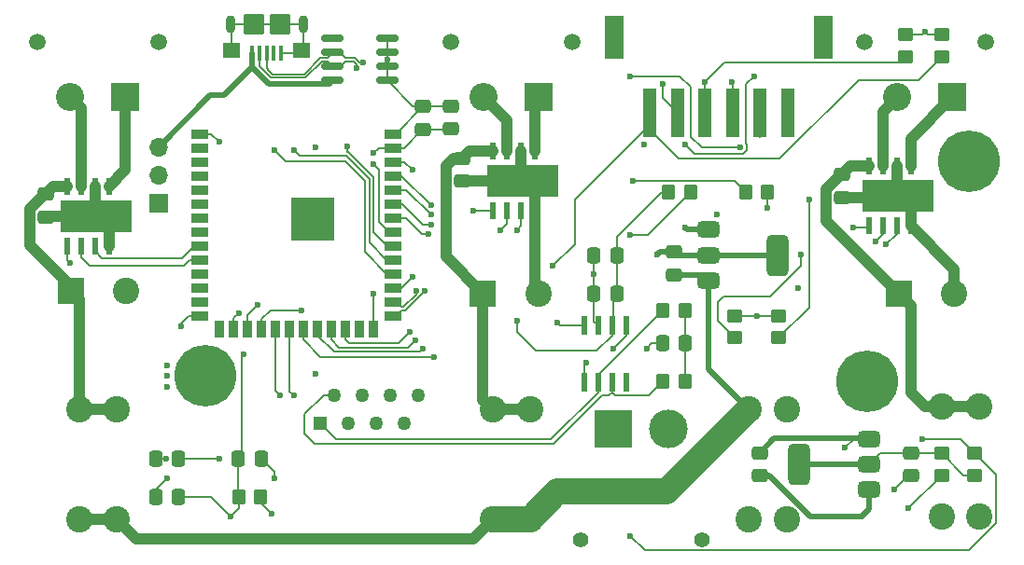
<source format=gbl>
%TF.GenerationSoftware,KiCad,Pcbnew,8.0.3-8.0.3-0~ubuntu22.04.1*%
%TF.CreationDate,2024-07-03T00:47:08-04:00*%
%TF.ProjectId,arm_drive_j3_4_5,61726d5f-6472-4697-9665-5f6a335f345f,rev?*%
%TF.SameCoordinates,Original*%
%TF.FileFunction,Copper,L4,Bot*%
%TF.FilePolarity,Positive*%
%FSLAX46Y46*%
G04 Gerber Fmt 4.6, Leading zero omitted, Abs format (unit mm)*
G04 Created by KiCad (PCBNEW 8.0.3-8.0.3-0~ubuntu22.04.1) date 2024-07-03 00:47:08*
%MOMM*%
%LPD*%
G01*
G04 APERTURE LIST*
G04 Aperture macros list*
%AMRoundRect*
0 Rectangle with rounded corners*
0 $1 Rounding radius*
0 $2 $3 $4 $5 $6 $7 $8 $9 X,Y pos of 4 corners*
0 Add a 4 corners polygon primitive as box body*
4,1,4,$2,$3,$4,$5,$6,$7,$8,$9,$2,$3,0*
0 Add four circle primitives for the rounded corners*
1,1,$1+$1,$2,$3*
1,1,$1+$1,$4,$5*
1,1,$1+$1,$6,$7*
1,1,$1+$1,$8,$9*
0 Add four rect primitives between the rounded corners*
20,1,$1+$1,$2,$3,$4,$5,0*
20,1,$1+$1,$4,$5,$6,$7,0*
20,1,$1+$1,$6,$7,$8,$9,0*
20,1,$1+$1,$8,$9,$2,$3,0*%
G04 Aperture macros list end*
%TA.AperFunction,ComponentPad*%
%ADD10C,1.508000*%
%TD*%
%TA.AperFunction,ComponentPad*%
%ADD11R,2.550000X2.550000*%
%TD*%
%TA.AperFunction,ComponentPad*%
%ADD12C,2.550000*%
%TD*%
%TA.AperFunction,ComponentPad*%
%ADD13C,2.400000*%
%TD*%
%TA.AperFunction,ComponentPad*%
%ADD14R,2.400000X2.400000*%
%TD*%
%TA.AperFunction,ComponentPad*%
%ADD15R,1.700000X1.700000*%
%TD*%
%TA.AperFunction,ComponentPad*%
%ADD16O,1.700000X1.700000*%
%TD*%
%TA.AperFunction,ComponentPad*%
%ADD17C,3.600000*%
%TD*%
%TA.AperFunction,ConnectorPad*%
%ADD18C,5.600000*%
%TD*%
%TA.AperFunction,ComponentPad*%
%ADD19C,1.400000*%
%TD*%
%TA.AperFunction,ComponentPad*%
%ADD20R,3.500000X3.500000*%
%TD*%
%TA.AperFunction,ComponentPad*%
%ADD21C,3.500000*%
%TD*%
%TA.AperFunction,ComponentPad*%
%ADD22R,1.268000X1.268000*%
%TD*%
%TA.AperFunction,ComponentPad*%
%ADD23C,1.268000*%
%TD*%
%TA.AperFunction,SMDPad,CuDef*%
%ADD24RoundRect,0.250000X-0.450000X0.350000X-0.450000X-0.350000X0.450000X-0.350000X0.450000X0.350000X0*%
%TD*%
%TA.AperFunction,SMDPad,CuDef*%
%ADD25RoundRect,0.375000X0.625000X0.375000X-0.625000X0.375000X-0.625000X-0.375000X0.625000X-0.375000X0*%
%TD*%
%TA.AperFunction,SMDPad,CuDef*%
%ADD26RoundRect,0.500000X0.500000X1.400000X-0.500000X1.400000X-0.500000X-1.400000X0.500000X-1.400000X0*%
%TD*%
%TA.AperFunction,SMDPad,CuDef*%
%ADD27RoundRect,0.250000X-0.475000X0.337500X-0.475000X-0.337500X0.475000X-0.337500X0.475000X0.337500X0*%
%TD*%
%TA.AperFunction,SMDPad,CuDef*%
%ADD28RoundRect,0.250000X0.337500X0.475000X-0.337500X0.475000X-0.337500X-0.475000X0.337500X-0.475000X0*%
%TD*%
%TA.AperFunction,SMDPad,CuDef*%
%ADD29RoundRect,0.250000X0.350000X0.450000X-0.350000X0.450000X-0.350000X-0.450000X0.350000X-0.450000X0*%
%TD*%
%TA.AperFunction,SMDPad,CuDef*%
%ADD30RoundRect,0.250000X0.475000X-0.337500X0.475000X0.337500X-0.475000X0.337500X-0.475000X-0.337500X0*%
%TD*%
%TA.AperFunction,SMDPad,CuDef*%
%ADD31R,0.600000X1.550000*%
%TD*%
%TA.AperFunction,ComponentPad*%
%ADD32C,0.600000*%
%TD*%
%TA.AperFunction,SMDPad,CuDef*%
%ADD33R,6.450000X2.950000*%
%TD*%
%TA.AperFunction,SMDPad,CuDef*%
%ADD34RoundRect,0.250000X-0.350000X-0.450000X0.350000X-0.450000X0.350000X0.450000X-0.350000X0.450000X0*%
%TD*%
%TA.AperFunction,SMDPad,CuDef*%
%ADD35R,1.295400X4.495800*%
%TD*%
%TA.AperFunction,SMDPad,CuDef*%
%ADD36R,1.803400X3.911600*%
%TD*%
%TA.AperFunction,SMDPad,CuDef*%
%ADD37RoundRect,0.250000X0.450000X-0.350000X0.450000X0.350000X-0.450000X0.350000X-0.450000X-0.350000X0*%
%TD*%
%TA.AperFunction,SMDPad,CuDef*%
%ADD38RoundRect,0.250000X-0.337500X-0.475000X0.337500X-0.475000X0.337500X0.475000X-0.337500X0.475000X0*%
%TD*%
%TA.AperFunction,SMDPad,CuDef*%
%ADD39RoundRect,0.041300X-0.253700X0.833700X-0.253700X-0.833700X0.253700X-0.833700X0.253700X0.833700X0*%
%TD*%
%TA.AperFunction,SMDPad,CuDef*%
%ADD40RoundRect,0.375000X-0.625000X-0.375000X0.625000X-0.375000X0.625000X0.375000X-0.625000X0.375000X0*%
%TD*%
%TA.AperFunction,SMDPad,CuDef*%
%ADD41RoundRect,0.500000X-0.500000X-1.400000X0.500000X-1.400000X0.500000X1.400000X-0.500000X1.400000X0*%
%TD*%
%TA.AperFunction,SMDPad,CuDef*%
%ADD42R,1.500000X0.900000*%
%TD*%
%TA.AperFunction,SMDPad,CuDef*%
%ADD43R,0.900000X1.500000*%
%TD*%
%TA.AperFunction,SMDPad,CuDef*%
%ADD44R,3.900000X3.900000*%
%TD*%
%TA.AperFunction,SMDPad,CuDef*%
%ADD45RoundRect,0.100000X-0.100000X-0.575000X0.100000X-0.575000X0.100000X0.575000X-0.100000X0.575000X0*%
%TD*%
%TA.AperFunction,ComponentPad*%
%ADD46O,0.900000X1.600000*%
%TD*%
%TA.AperFunction,SMDPad,CuDef*%
%ADD47RoundRect,0.250000X-0.550000X-0.450000X0.550000X-0.450000X0.550000X0.450000X-0.550000X0.450000X0*%
%TD*%
%TA.AperFunction,SMDPad,CuDef*%
%ADD48RoundRect,0.250000X-0.700000X-0.700000X0.700000X-0.700000X0.700000X0.700000X-0.700000X0.700000X0*%
%TD*%
%TA.AperFunction,SMDPad,CuDef*%
%ADD49RoundRect,0.150000X-0.825000X-0.150000X0.825000X-0.150000X0.825000X0.150000X-0.825000X0.150000X0*%
%TD*%
%TA.AperFunction,ViaPad*%
%ADD50C,0.600000*%
%TD*%
%TA.AperFunction,Conductor*%
%ADD51C,0.200000*%
%TD*%
%TA.AperFunction,Conductor*%
%ADD52C,1.000000*%
%TD*%
%TA.AperFunction,Conductor*%
%ADD53C,0.500000*%
%TD*%
%TA.AperFunction,Conductor*%
%ADD54C,2.400000*%
%TD*%
%TA.AperFunction,Conductor*%
%ADD55C,0.155814*%
%TD*%
G04 APERTURE END LIST*
D10*
%TO.P,J7,*%
%TO.N,*%
X40660000Y-41700750D03*
X51660000Y-41700750D03*
D11*
%TO.P,J7,1,+*%
%TO.N,Diff_A-*%
X48660000Y-46700750D03*
D12*
%TO.P,J7,2,-*%
%TO.N,Diff_A+*%
X43660000Y-46700750D03*
%TD*%
D13*
%TO.P,F4,1*%
%TO.N,+24V*%
X108610000Y-75060000D03*
X105210000Y-75060000D03*
%TO.P,F4,2*%
%TO.N,Net-(J6-+)*%
X108610000Y-84980000D03*
X105210000Y-84980000D03*
%TD*%
D10*
%TO.P,J3,*%
%TO.N,*%
X115660000Y-41700750D03*
X126660000Y-41700750D03*
D11*
%TO.P,J3,1,+*%
%TO.N,Diff_B-*%
X123660000Y-46700750D03*
D12*
%TO.P,J3,2,-*%
%TO.N,Diff_B+*%
X118660000Y-46700750D03*
%TD*%
D13*
%TO.P,F3,1*%
%TO.N,Net-(U7-V_{M})*%
X85360000Y-75060000D03*
X81960000Y-75060000D03*
%TO.P,F3,2*%
%TO.N,+24V*%
X85360000Y-84980000D03*
X81960000Y-84980000D03*
%TD*%
D14*
%TO.P,C7,1*%
%TO.N,Net-(U4-V_{M})*%
X43727841Y-64270000D03*
D13*
%TO.P,C7,2*%
%TO.N,GND*%
X48727841Y-64270000D03*
%TD*%
D15*
%TO.P,JP1,1,A*%
%TO.N,Net-(JP1-A)*%
X51660000Y-56295000D03*
D16*
%TO.P,JP1,2,C*%
%TO.N,+5V*%
X51660000Y-53755000D03*
%TO.P,JP1,3,B*%
%TO.N,+5V_USB*%
X51660000Y-51215000D03*
%TD*%
D17*
%TO.P,H4,1,1*%
%TO.N,GND*%
X115910000Y-72520000D03*
D18*
X115910000Y-72520000D03*
%TD*%
D10*
%TO.P,J4,*%
%TO.N,*%
X78160000Y-41700750D03*
X89160000Y-41700750D03*
D11*
%TO.P,J4,1,+*%
%TO.N,Grip-*%
X86160000Y-46700750D03*
D12*
%TO.P,J4,2,-*%
%TO.N,Grip+*%
X81160000Y-46700750D03*
%TD*%
D19*
%TO.P,J6,*%
%TO.N,*%
X100910000Y-86845000D03*
X89910000Y-86845000D03*
D20*
%TO.P,J6,1,-*%
%TO.N,GND*%
X92910000Y-76845000D03*
D21*
%TO.P,J6,2,+*%
%TO.N,Net-(J6-+)*%
X97910000Y-76845000D03*
%TD*%
D22*
%TO.P,J2,1*%
%TO.N,CANH*%
X66290000Y-76270000D03*
D23*
%TO.P,J2,2*%
%TO.N,CANL*%
X67560000Y-73730000D03*
%TO.P,J2,3*%
%TO.N,unconnected-(J2-Pad3)*%
X68830000Y-76270000D03*
%TO.P,J2,4*%
%TO.N,unconnected-(J2-Pad4)*%
X70100000Y-73730000D03*
%TO.P,J2,5*%
%TO.N,unconnected-(J2-Pad5)*%
X71370000Y-76270000D03*
%TO.P,J2,6*%
%TO.N,unconnected-(J2-Pad6)*%
X72640000Y-73730000D03*
%TO.P,J2,7*%
%TO.N,+5V_USB*%
X73910000Y-76270000D03*
%TO.P,J2,8*%
%TO.N,GND*%
X75180000Y-73730000D03*
%TD*%
D13*
%TO.P,F2,1*%
%TO.N,Net-(U5-V_{M})*%
X126110000Y-74810000D03*
X122710000Y-74810000D03*
%TO.P,F2,2*%
%TO.N,+24V*%
X126110000Y-84730000D03*
X122710000Y-84730000D03*
%TD*%
D14*
%TO.P,C11,1*%
%TO.N,Net-(U7-V_{M})*%
X81086041Y-64520000D03*
D13*
%TO.P,C11,2*%
%TO.N,GND*%
X86086041Y-64520000D03*
%TD*%
D14*
%TO.P,C9,1*%
%TO.N,Net-(U5-V_{M})*%
X118836041Y-64520000D03*
D13*
%TO.P,C9,2*%
%TO.N,GND*%
X123836041Y-64520000D03*
%TD*%
D17*
%TO.P,H2,1,1*%
%TO.N,GND*%
X125160000Y-52520000D03*
D18*
X125160000Y-52520000D03*
%TD*%
D17*
%TO.P,H3,1,1*%
%TO.N,GND*%
X55910000Y-72020000D03*
D18*
X55910000Y-72020000D03*
%TD*%
D13*
%TO.P,F1,1*%
%TO.N,Net-(U4-V_{M})*%
X47860000Y-75060000D03*
X44460000Y-75060000D03*
%TO.P,F1,2*%
%TO.N,+24V*%
X47860000Y-84980000D03*
X44460000Y-84980000D03*
%TD*%
D24*
%TO.P,R11,1*%
%TO.N,+3.3V*%
X122660000Y-79020000D03*
%TO.P,R11,2*%
%TO.N,PB_Grip_REV*%
X122660000Y-81020000D03*
%TD*%
D25*
%TO.P,U3,1,GND*%
%TO.N,GND*%
X116060000Y-77720000D03*
%TO.P,U3,2,OUTPUT*%
%TO.N,+3.3V*%
X116060000Y-80020000D03*
D26*
X109760000Y-80020000D03*
D25*
%TO.P,U3,3,INPUT*%
%TO.N,+5V*%
X116060000Y-82320000D03*
%TD*%
D27*
%TO.P,C8,1*%
%TO.N,Net-(U5-V_{M})*%
X113660000Y-53732500D03*
%TO.P,C8,2*%
%TO.N,GND*%
X113660000Y-55807500D03*
%TD*%
D28*
%TO.P,C1,1*%
%TO.N,GND*%
X60947500Y-79520000D03*
%TO.P,C1,2*%
%TO.N,EN_PB*%
X58872500Y-79520000D03*
%TD*%
%TO.P,C3,1*%
%TO.N,+3.3V*%
X93237500Y-61020000D03*
%TO.P,C3,2*%
%TO.N,GND*%
X91162500Y-61020000D03*
%TD*%
D29*
%TO.P,R7,1*%
%TO.N,+3.3V*%
X106910000Y-55270000D03*
%TO.P,R7,2*%
%TO.N,PB_Diff_Down*%
X104910000Y-55270000D03*
%TD*%
D30*
%TO.P,C13,1*%
%TO.N,+24V*%
X98410000Y-62807500D03*
%TO.P,C13,2*%
%TO.N,GND*%
X98410000Y-60732500D03*
%TD*%
D31*
%TO.P,U7,1,IPROPI*%
%TO.N,GND*%
X85815000Y-56970000D03*
%TO.P,U7,2,IN2*%
%TO.N,Grip_IN_2*%
X84545000Y-56970000D03*
%TO.P,U7,3,IN1*%
%TO.N,Grip_IN_1*%
X83275000Y-56970000D03*
%TO.P,U7,4,V_{ref}*%
%TO.N,+3.3V*%
X82005000Y-56970000D03*
%TO.P,U7,5,V_{M}*%
%TO.N,Net-(U7-V_{M})*%
X82005000Y-51570000D03*
%TO.P,U7,6,OUT1*%
%TO.N,Grip+*%
X83275000Y-51570000D03*
%TO.P,U7,7,GND*%
%TO.N,GND*%
X84545000Y-51570000D03*
%TO.P,U7,8,OUT2*%
%TO.N,Grip-*%
X85815000Y-51570000D03*
D32*
%TO.P,U7,9,GND*%
%TO.N,GND*%
X81960000Y-54920000D03*
X83260000Y-54920000D03*
X84560000Y-54920000D03*
X85860000Y-54920000D03*
D33*
X84660000Y-54270000D03*
D32*
X81960000Y-53620000D03*
X83260000Y-53620000D03*
X84560000Y-53620000D03*
X85860000Y-53620000D03*
%TD*%
D34*
%TO.P,R4,1*%
%TO.N,CANL*%
X97410000Y-72520000D03*
%TO.P,R4,2*%
%TO.N,Net-(C20-Pad2)*%
X99410000Y-72520000D03*
%TD*%
D30*
%TO.P,C17,1*%
%TO.N,+3.3V*%
X78160000Y-49557500D03*
%TO.P,C17,2*%
%TO.N,GND*%
X78160000Y-47482500D03*
%TD*%
D35*
%TO.P,J9,1*%
%TO.N,CS_SWT_B_GRIP*%
X96210001Y-48070000D03*
%TO.P,J9,2*%
%TO.N,GND*%
X98710001Y-48070000D03*
%TO.P,J9,3*%
%TO.N,CS_SWT_A_GRIP*%
X101210001Y-48070000D03*
%TO.P,J9,4*%
%TO.N,GND*%
X103710001Y-48070000D03*
%TO.P,J9,5*%
%TO.N,unconnected-(J9-Pad5)*%
X106210001Y-48070000D03*
%TO.P,J9,6*%
%TO.N,unconnected-(J9-Pad6)*%
X108710001Y-48070000D03*
D36*
%TO.P,J9,7*%
%TO.N,unconnected-(J9-Pad7)*%
X93010002Y-41270000D03*
%TO.P,J9,8*%
%TO.N,unconnected-(J9-Pad7)_0*%
X111910000Y-41270000D03*
%TD*%
D37*
%TO.P,R10,1*%
%TO.N,+3.3V*%
X125660000Y-81020000D03*
%TO.P,R10,2*%
%TO.N,PB_Grip_FWD*%
X125660000Y-79020000D03*
%TD*%
D28*
%TO.P,C4,1*%
%TO.N,+3.3V*%
X93237500Y-64520000D03*
%TO.P,C4,2*%
%TO.N,GND*%
X91162500Y-64520000D03*
%TD*%
D29*
%TO.P,R13,1*%
%TO.N,+3.3V*%
X60910000Y-83020000D03*
%TO.P,R13,2*%
%TO.N,EN_PB*%
X58910000Y-83020000D03*
%TD*%
D27*
%TO.P,C10,1*%
%TO.N,Net-(U7-V_{M})*%
X79160000Y-52232500D03*
%TO.P,C10,2*%
%TO.N,GND*%
X79160000Y-54307500D03*
%TD*%
%TO.P,C6,1*%
%TO.N,Net-(U4-V_{M})*%
X41410000Y-55482500D03*
%TO.P,C6,2*%
%TO.N,GND*%
X41410000Y-57557500D03*
%TD*%
D38*
%TO.P,C2,1*%
%TO.N,GND*%
X51372500Y-79520000D03*
%TO.P,C2,2*%
%TO.N,GPIO_0*%
X53447500Y-79520000D03*
%TD*%
D39*
%TO.P,U2,1,TXD*%
%TO.N,RXC*%
X90255000Y-67435000D03*
%TO.P,U2,2,GND*%
%TO.N,GND*%
X91525000Y-67435000D03*
%TO.P,U2,3,VCC*%
%TO.N,+3.3V*%
X92795000Y-67435000D03*
%TO.P,U2,4,RXD*%
%TO.N,TXC*%
X94065000Y-67435000D03*
%TO.P,U2,5,VREF*%
%TO.N,unconnected-(U2-VREF-Pad5)*%
X94065000Y-72605000D03*
%TO.P,U2,6,CANL*%
%TO.N,CANL*%
X92795000Y-72605000D03*
%TO.P,U2,7,CANH*%
%TO.N,CANH*%
X91525000Y-72605000D03*
%TO.P,U2,8,S*%
%TO.N,GND*%
X90255000Y-72605000D03*
%TD*%
D24*
%TO.P,R5,1*%
%TO.N,+3.3V*%
X122660000Y-41020000D03*
%TO.P,R5,2*%
%TO.N,CS_SWT_B_GRIP*%
X122660000Y-43020000D03*
%TD*%
D40*
%TO.P,U8,1,INPUT*%
%TO.N,+24V*%
X101510000Y-63320000D03*
%TO.P,U8,2,GND*%
%TO.N,GND*%
X101510000Y-61020000D03*
D41*
X107810000Y-61020000D03*
D40*
%TO.P,U8,3,OUTPUT*%
%TO.N,Net-(JP1-A)*%
X101510000Y-58720000D03*
%TD*%
D38*
%TO.P,C20,1*%
%TO.N,GND*%
X97372500Y-69020000D03*
%TO.P,C20,2*%
%TO.N,Net-(C20-Pad2)*%
X99447500Y-69020000D03*
%TD*%
D30*
%TO.P,C5,1*%
%TO.N,+5V*%
X106160000Y-81057500D03*
%TO.P,C5,2*%
%TO.N,GND*%
X106160000Y-78982500D03*
%TD*%
D34*
%TO.P,R1,1*%
%TO.N,+3.3V*%
X97910000Y-55270000D03*
%TO.P,R1,2*%
%TO.N,PB_Diff_Up*%
X99910000Y-55270000D03*
%TD*%
D24*
%TO.P,R8,1*%
%TO.N,+3.3V*%
X103910000Y-66520000D03*
%TO.P,R8,2*%
%TO.N,PB_Diff_Right*%
X103910000Y-68520000D03*
%TD*%
D30*
%TO.P,C18,1*%
%TO.N,+3.3V*%
X75660000Y-49595000D03*
%TO.P,C18,2*%
%TO.N,GND*%
X75660000Y-47520000D03*
%TD*%
D42*
%TO.P,U6,1,GND*%
%TO.N,GND*%
X72910000Y-50010000D03*
%TO.P,U6,2,3V3*%
%TO.N,+3.3V*%
X72910000Y-51280000D03*
%TO.P,U6,3,EN*%
%TO.N,EN_PB*%
X72910000Y-52550000D03*
%TO.P,U6,4,IO4*%
%TO.N,Grip_IN_1*%
X72910000Y-53820000D03*
%TO.P,U6,5,IO5*%
%TO.N,Grip_IN_2*%
X72910000Y-55090000D03*
%TO.P,U6,6,IO6*%
%TO.N,Diff_B_IN_1*%
X72910000Y-56360000D03*
%TO.P,U6,7,IO7*%
%TO.N,Diff_B_IN_2*%
X72910000Y-57630000D03*
%TO.P,U6,8,IO15*%
%TO.N,CS_ENC_DIFF_A*%
X72910000Y-58900000D03*
%TO.P,U6,9,IO16*%
%TO.N,MISO*%
X72910000Y-60170000D03*
%TO.P,U6,10,IO17*%
%TO.N,MOSI*%
X72910000Y-61440000D03*
%TO.P,U6,11,IO18*%
%TO.N,SCK*%
X72910000Y-62710000D03*
%TO.P,U6,12,IO8*%
%TO.N,CS_SWT_B_GRIP*%
X72910000Y-63980000D03*
%TO.P,U6,13,IO19*%
%TO.N,USB_N*%
X72910000Y-65250000D03*
%TO.P,U6,14,IO20*%
%TO.N,USB_P*%
X72910000Y-66520000D03*
D43*
%TO.P,U6,15,IO3*%
%TO.N,CS_ENC_DIFF_B*%
X71145000Y-67770000D03*
%TO.P,U6,16,IO46*%
%TO.N,unconnected-(U6-IO46-Pad16)*%
X69875000Y-67770000D03*
%TO.P,U6,17,IO9*%
%TO.N,PB_Diff_Down*%
X68605000Y-67770000D03*
%TO.P,U6,18,IO10*%
%TO.N,PB_Diff_Up*%
X67335000Y-67770000D03*
%TO.P,U6,19,IO11*%
%TO.N,PB_Diff_Left*%
X66065000Y-67770000D03*
%TO.P,U6,20,IO12*%
%TO.N,PB_Diff_Right*%
X64795000Y-67770000D03*
%TO.P,U6,21,IO13*%
%TO.N,PB_Grip_REV*%
X63525000Y-67770000D03*
%TO.P,U6,22,IO14*%
%TO.N,PB_Grip_FWD*%
X62255000Y-67770000D03*
%TO.P,U6,23,IO21*%
%TO.N,CS_SWT_A_GRIP*%
X60985000Y-67770000D03*
%TO.P,U6,24,IO47*%
%TO.N,RXC*%
X59715000Y-67770000D03*
%TO.P,U6,25,IO48*%
%TO.N,TXC*%
X58445000Y-67770000D03*
%TO.P,U6,26,IO45*%
%TO.N,unconnected-(U6-IO45-Pad26)*%
X57175000Y-67770000D03*
D42*
%TO.P,U6,27,IO0*%
%TO.N,GPIO_0*%
X55410000Y-66520000D03*
%TO.P,U6,28,IO35*%
%TO.N,unconnected-(U6-IO35-Pad28)*%
X55410000Y-65250000D03*
%TO.P,U6,29,IO36*%
%TO.N,unconnected-(U6-IO36-Pad29)*%
X55410000Y-63980000D03*
%TO.P,U6,30,IO37*%
%TO.N,unconnected-(U6-IO37-Pad30)*%
X55410000Y-62710000D03*
%TO.P,U6,31,IO38*%
%TO.N,Diff_A_IN_1*%
X55410000Y-61440000D03*
%TO.P,U6,32,IO39*%
%TO.N,Diff_A_IN_2*%
X55410000Y-60170000D03*
%TO.P,U6,33,IO40*%
%TO.N,unconnected-(U6-IO40-Pad33)*%
X55410000Y-58900000D03*
%TO.P,U6,34,IO41*%
%TO.N,unconnected-(U6-IO41-Pad34)*%
X55410000Y-57630000D03*
%TO.P,U6,35,IO42*%
%TO.N,unconnected-(U6-IO42-Pad35)*%
X55410000Y-56360000D03*
%TO.P,U6,36,RXD0*%
%TO.N,unconnected-(U6-RXD0-Pad36)*%
X55410000Y-55090000D03*
%TO.P,U6,37,TXD0*%
%TO.N,unconnected-(U6-TXD0-Pad37)*%
X55410000Y-53820000D03*
%TO.P,U6,38,IO2*%
%TO.N,unconnected-(U6-IO2-Pad38)*%
X55410000Y-52550000D03*
%TO.P,U6,39,IO1*%
%TO.N,unconnected-(U6-IO1-Pad39)*%
X55410000Y-51280000D03*
%TO.P,U6,40,GND*%
%TO.N,GND*%
X55410000Y-50010000D03*
D44*
%TO.P,U6,41,GND*%
X65660000Y-57730000D03*
%TD*%
D24*
%TO.P,R9,1*%
%TO.N,+3.3V*%
X107910000Y-66520000D03*
%TO.P,R9,2*%
%TO.N,PB_Diff_Left*%
X107910000Y-68520000D03*
%TD*%
D45*
%TO.P,J1,1,VBUS*%
%TO.N,+5V_USB*%
X60160000Y-42695000D03*
%TO.P,J1,2,D-*%
%TO.N,USB_N*%
X60810000Y-42695000D03*
%TO.P,J1,3,D+*%
%TO.N,USB_P*%
X61460000Y-42695000D03*
%TO.P,J1,4,ID*%
%TO.N,unconnected-(J1-ID-Pad4)*%
X62110000Y-42695000D03*
%TO.P,J1,5,GND*%
%TO.N,GND*%
X62760000Y-42695000D03*
D46*
%TO.P,J1,6,Shield*%
X58160000Y-40020000D03*
D47*
X58260000Y-42470000D03*
D48*
X60260000Y-40020000D03*
X62660000Y-40020000D03*
D47*
X64660000Y-42470000D03*
D46*
X64760000Y-40020000D03*
%TD*%
D29*
%TO.P,R3,1*%
%TO.N,Net-(C20-Pad2)*%
X99410000Y-66020000D03*
%TO.P,R3,2*%
%TO.N,CANH*%
X97410000Y-66020000D03*
%TD*%
D49*
%TO.P,U1,1*%
%TO.N,+5V_USB*%
X67435000Y-45175000D03*
%TO.P,U1,2*%
%TO.N,USB_N*%
X67435000Y-43905000D03*
%TO.P,U1,3*%
%TO.N,USB_P*%
X67435000Y-42635000D03*
%TO.P,U1,4*%
%TO.N,unconnected-(U1-Pad4)*%
X67435000Y-41365000D03*
%TO.P,U1,5*%
%TO.N,GND*%
X72385000Y-41365000D03*
%TO.P,U1,6*%
X72385000Y-42635000D03*
%TO.P,U1,7*%
X72385000Y-43905000D03*
%TO.P,U1,8*%
X72385000Y-45175000D03*
%TD*%
D31*
%TO.P,U4,1,IPROPI*%
%TO.N,GND*%
X47160000Y-60170000D03*
%TO.P,U4,2,IN2*%
%TO.N,Diff_A_IN_2*%
X45890000Y-60170000D03*
%TO.P,U4,3,IN1*%
%TO.N,Diff_A_IN_1*%
X44620000Y-60170000D03*
%TO.P,U4,4,V_{ref}*%
%TO.N,+3.3V*%
X43350000Y-60170000D03*
%TO.P,U4,5,V_{M}*%
%TO.N,Net-(U4-V_{M})*%
X43350000Y-54770000D03*
%TO.P,U4,6,OUT1*%
%TO.N,Diff_A+*%
X44620000Y-54770000D03*
%TO.P,U4,7,GND*%
%TO.N,GND*%
X45890000Y-54770000D03*
%TO.P,U4,8,OUT2*%
%TO.N,Diff_A-*%
X47160000Y-54770000D03*
D32*
%TO.P,U4,9,GND*%
%TO.N,GND*%
X43305000Y-58120000D03*
X44605000Y-58120000D03*
X45905000Y-58120000D03*
X47205000Y-58120000D03*
D33*
X46030000Y-57470000D03*
D32*
X43305000Y-56820000D03*
X44605000Y-56820000D03*
X45905000Y-56820000D03*
X47205000Y-56820000D03*
%TD*%
D24*
%TO.P,R6,1*%
%TO.N,+3.3V*%
X119410000Y-41020000D03*
%TO.P,R6,2*%
%TO.N,CS_SWT_A_GRIP*%
X119410000Y-43020000D03*
%TD*%
D27*
%TO.P,C12,1*%
%TO.N,+3.3V*%
X119910000Y-78982500D03*
%TO.P,C12,2*%
%TO.N,GND*%
X119910000Y-81057500D03*
%TD*%
D31*
%TO.P,U5,1,IPROPI*%
%TO.N,GND*%
X119865000Y-58370000D03*
%TO.P,U5,2,IN2*%
%TO.N,Diff_B_IN_2*%
X118595000Y-58370000D03*
%TO.P,U5,3,IN1*%
%TO.N,Diff_B_IN_1*%
X117325000Y-58370000D03*
%TO.P,U5,4,V_{ref}*%
%TO.N,+3.3V*%
X116055000Y-58370000D03*
%TO.P,U5,5,V_{M}*%
%TO.N,Net-(U5-V_{M})*%
X116055000Y-52970000D03*
%TO.P,U5,6,OUT1*%
%TO.N,Diff_B+*%
X117325000Y-52970000D03*
%TO.P,U5,7,GND*%
%TO.N,GND*%
X118595000Y-52970000D03*
%TO.P,U5,8,OUT2*%
%TO.N,Diff_B-*%
X119865000Y-52970000D03*
D32*
%TO.P,U5,9,GND*%
%TO.N,GND*%
X116010000Y-56320000D03*
X117310000Y-56320000D03*
X118610000Y-56320000D03*
X119910000Y-56320000D03*
D33*
X118735000Y-55670000D03*
D32*
X116010000Y-55020000D03*
X117310000Y-55020000D03*
X118610000Y-55020000D03*
X119910000Y-55020000D03*
%TD*%
D28*
%TO.P,C19,1*%
%TO.N,EN_PB*%
X53447500Y-83020000D03*
%TO.P,C19,2*%
%TO.N,GND*%
X51372500Y-83020000D03*
%TD*%
D50*
%TO.N,EN_PB*%
X59410000Y-70020000D03*
X58160000Y-84770000D03*
X74660000Y-53270000D03*
%TO.N,GND*%
X62160000Y-81270000D03*
X65660000Y-57770000D03*
X109660000Y-64020000D03*
X52360000Y-79520000D03*
X118410000Y-82270000D03*
X65910000Y-51270000D03*
X97410000Y-45520000D03*
X65660000Y-59020000D03*
X96910000Y-60970000D03*
X66910000Y-59020000D03*
X52410000Y-81270000D03*
X90410000Y-70770000D03*
X66910000Y-56520000D03*
X64410000Y-59020000D03*
X103660000Y-45270000D03*
X64410000Y-57770000D03*
X65660000Y-56520000D03*
X66910000Y-57770000D03*
X72410000Y-43270000D03*
X113910000Y-78520000D03*
X102260000Y-57370000D03*
X64410000Y-56520000D03*
X57160000Y-50770000D03*
X91160000Y-62770000D03*
X95910000Y-69520000D03*
%TO.N,GPIO_0*%
X57160000Y-79520000D03*
X53660000Y-67520000D03*
%TO.N,+5V*%
X115410000Y-84770000D03*
X52410000Y-73020000D03*
X113410000Y-84770000D03*
X52410000Y-71020000D03*
X52410000Y-72020000D03*
X114410000Y-84770000D03*
%TO.N,+3.3V*%
X110160000Y-78770000D03*
X71160000Y-51770000D03*
X65910000Y-71770000D03*
X61910000Y-84520000D03*
X84160000Y-67020000D03*
X121160000Y-40770000D03*
X114660000Y-58520000D03*
X109410000Y-80020000D03*
X105910000Y-66520000D03*
X109410000Y-78770000D03*
X110160000Y-80020000D03*
X106910000Y-56770000D03*
X109410000Y-81270000D03*
X43660000Y-61770000D03*
X110160000Y-81270000D03*
X80160000Y-57020000D03*
%TO.N,TXC*%
X58910000Y-66270000D03*
X92910000Y-69520000D03*
%TO.N,USB_P*%
X75786200Y-64270000D03*
X70176014Y-43503986D03*
%TO.N,USB_N*%
X69643986Y-44036014D03*
X75033800Y-64270000D03*
%TO.N,CS_ENC_DIFF_A*%
X71110735Y-52720735D03*
%TO.N,SCK*%
X105660000Y-44770000D03*
X62160000Y-51520000D03*
X99410000Y-51020000D03*
%TO.N,MISO*%
X94410000Y-44770000D03*
X104410000Y-51270000D03*
X68785000Y-51145000D03*
%TO.N,MOSI*%
X63910000Y-51520000D03*
%TO.N,CS_ENC_DIFF_B*%
X71160000Y-64520000D03*
%TO.N,PB_Diff_Up*%
X94410000Y-59170000D03*
X74910000Y-68770000D03*
%TO.N,PB_Diff_Down*%
X74410000Y-68020000D03*
X94660000Y-54270000D03*
%TO.N,PB_Diff_Right*%
X109910000Y-60970000D03*
X76660000Y-70270000D03*
%TO.N,PB_Diff_Left*%
X75660000Y-69520000D03*
X110660000Y-56020000D03*
%TO.N,PB_Grip_FWD*%
X62660000Y-73770000D03*
X120910000Y-77770000D03*
X94410000Y-86520000D03*
%TO.N,PB_Grip_REV*%
X119660000Y-84020000D03*
X63910000Y-73770000D03*
%TO.N,RXC*%
X87785000Y-67145000D03*
X60660000Y-65520000D03*
%TO.N,Diff_B_IN_1*%
X116660000Y-59770000D03*
X76410000Y-58270000D03*
%TO.N,Diff_B_IN_2*%
X76160000Y-59070003D03*
X117660000Y-60020000D03*
%TO.N,Grip_IN_2*%
X76385737Y-57344266D03*
X84160000Y-58770000D03*
%TO.N,Grip_IN_1*%
X82660000Y-58770000D03*
X76410000Y-56520000D03*
%TO.N,Net-(JP1-A)*%
X99410000Y-58520000D03*
%TO.N,CS_SWT_B_GRIP*%
X74660000Y-63020000D03*
X87410000Y-62020000D03*
%TO.N,CS_SWT_A_GRIP*%
X64660000Y-66020000D03*
X101210001Y-45270000D03*
X95661265Y-51021265D03*
%TD*%
D51*
%TO.N,EN_PB*%
X53447500Y-83020000D02*
X56410000Y-83020000D01*
X58872500Y-82982500D02*
X58910000Y-83020000D01*
X58872500Y-79520000D02*
X58872500Y-82982500D01*
X58910000Y-83020000D02*
X58910000Y-84020000D01*
X74660000Y-53270000D02*
X73940000Y-52550000D01*
X58872500Y-79520000D02*
X59160000Y-79232500D01*
X58910000Y-84020000D02*
X58160000Y-84770000D01*
X73940000Y-52550000D02*
X72910000Y-52550000D01*
X59160000Y-70270000D02*
X59410000Y-70020000D01*
X59160000Y-79232500D02*
X59160000Y-70270000D01*
X56410000Y-83020000D02*
X58160000Y-84770000D01*
D52*
%TO.N,GND*%
X119865000Y-56800000D02*
X119865000Y-58370000D01*
D51*
X98710001Y-48070000D02*
X97410000Y-46769999D01*
D52*
X46030000Y-57470000D02*
X47160000Y-58600000D01*
D51*
X91162500Y-61020000D02*
X91162500Y-62767500D01*
D52*
X45890000Y-54770000D02*
X45890000Y-57330000D01*
D51*
X62110000Y-40120000D02*
X62210000Y-40020000D01*
X73132500Y-50010000D02*
X75660000Y-47482500D01*
X62160000Y-80732500D02*
X62160000Y-81270000D01*
X58260000Y-42470000D02*
X58260000Y-40120000D01*
D53*
X107472500Y-77670000D02*
X116010000Y-77670000D01*
X97147500Y-60732500D02*
X96910000Y-60970000D01*
D51*
X62760000Y-42695000D02*
X64435000Y-42695000D01*
X103710001Y-45320001D02*
X103660000Y-45270000D01*
X60260000Y-40020000D02*
X58160000Y-40020000D01*
D52*
X123836041Y-62341041D02*
X119865000Y-58370000D01*
D51*
X64660000Y-42020000D02*
X64760000Y-41920000D01*
X91160000Y-62770000D02*
X91162500Y-62772500D01*
D53*
X106160000Y-78982500D02*
X107472500Y-77670000D01*
D51*
X58260000Y-40120000D02*
X58160000Y-40020000D01*
X72910000Y-50010000D02*
X73132500Y-50010000D01*
D52*
X118735000Y-55670000D02*
X119865000Y-56800000D01*
X44947500Y-57557500D02*
X45435000Y-57070000D01*
D51*
X91162500Y-62772500D02*
X91162500Y-64520000D01*
X60947500Y-79520000D02*
X62160000Y-80732500D01*
D52*
X123836041Y-64520000D02*
X123836041Y-62341041D01*
D53*
X98697500Y-61020000D02*
X98410000Y-60732500D01*
D51*
X60110000Y-40020000D02*
X62210000Y-40020000D01*
X55410000Y-50010000D02*
X56400000Y-50010000D01*
X119622500Y-81057500D02*
X118410000Y-82270000D01*
X90255000Y-72605000D02*
X90255000Y-70925000D01*
X56400000Y-50010000D02*
X57160000Y-50770000D01*
X114710000Y-77720000D02*
X116060000Y-77720000D01*
X72385000Y-43295000D02*
X72385000Y-43905000D01*
D52*
X84545000Y-53605000D02*
X84560000Y-53620000D01*
D51*
X97372500Y-69020000D02*
X96410000Y-69020000D01*
D52*
X41497500Y-57470000D02*
X41410000Y-57557500D01*
D51*
X113910000Y-78520000D02*
X114710000Y-77720000D01*
X72385000Y-42635000D02*
X72385000Y-43245000D01*
X78160000Y-47482500D02*
X75697500Y-47482500D01*
X96410000Y-69020000D02*
X95910000Y-69520000D01*
X119910000Y-81057500D02*
X119622500Y-81057500D01*
X72410000Y-43270000D02*
X72385000Y-43295000D01*
D53*
X116010000Y-77670000D02*
X116060000Y-77720000D01*
D52*
X79160000Y-54307500D02*
X84647500Y-54307500D01*
X113660000Y-55807500D02*
X118597500Y-55807500D01*
D51*
X51372500Y-82307500D02*
X52410000Y-81270000D01*
D52*
X85815000Y-55400000D02*
X84685000Y-54270000D01*
D51*
X51372500Y-83020000D02*
X51372500Y-82307500D01*
X91162500Y-62767500D02*
X91160000Y-62770000D01*
X75697500Y-47482500D02*
X75660000Y-47520000D01*
D52*
X85815000Y-64248959D02*
X86086041Y-64520000D01*
D51*
X98710001Y-48070000D02*
X98710001Y-49065600D01*
X62660000Y-40020000D02*
X64760000Y-40020000D01*
X64760000Y-41920000D02*
X64760000Y-40020000D01*
D52*
X84647500Y-54307500D02*
X84685000Y-54270000D01*
X118595000Y-55530000D02*
X118735000Y-55670000D01*
D51*
X72385000Y-43905000D02*
X72385000Y-45175000D01*
D52*
X85815000Y-56970000D02*
X85815000Y-64248959D01*
X45890000Y-57330000D02*
X46030000Y-57470000D01*
X47160000Y-58600000D02*
X47160000Y-60170000D01*
D51*
X103710001Y-48070000D02*
X103710001Y-45320001D01*
D52*
X46030000Y-57470000D02*
X41497500Y-57470000D01*
D51*
X72385000Y-41365000D02*
X72385000Y-42635000D01*
X91162500Y-67072500D02*
X91525000Y-67435000D01*
X90255000Y-70925000D02*
X90410000Y-70770000D01*
D52*
X118595000Y-52970000D02*
X118595000Y-55530000D01*
X84545000Y-51570000D02*
X84545000Y-53605000D01*
D51*
X91162500Y-64520000D02*
X91162500Y-67072500D01*
X64660000Y-42470000D02*
X64660000Y-42020000D01*
D53*
X101510000Y-61020000D02*
X107810000Y-61020000D01*
D51*
X72385000Y-43245000D02*
X72410000Y-43270000D01*
D53*
X101510000Y-61020000D02*
X98697500Y-61020000D01*
X98410000Y-60732500D02*
X97147500Y-60732500D01*
D51*
X64435000Y-42695000D02*
X64660000Y-42470000D01*
X97410000Y-46769999D02*
X97410000Y-45520000D01*
D52*
X85815000Y-56970000D02*
X85815000Y-55400000D01*
D51*
X98710001Y-48070000D02*
X98710001Y-46469800D01*
X74692500Y-47482500D02*
X72385000Y-45175000D01*
X52360000Y-79520000D02*
X51372500Y-79520000D01*
X75660000Y-47482500D02*
X74692500Y-47482500D01*
%TO.N,GPIO_0*%
X53660000Y-67520000D02*
X53660000Y-67270000D01*
X53447500Y-79520000D02*
X57160000Y-79520000D01*
X54410000Y-66520000D02*
X55410000Y-66520000D01*
X53660000Y-67270000D02*
X54410000Y-66520000D01*
D53*
%TO.N,+5V*%
X114410000Y-84770000D02*
X113410000Y-84770000D01*
X115410000Y-84770000D02*
X114410000Y-84770000D01*
X106160000Y-81057500D02*
X107020953Y-81057500D01*
X116060000Y-82320000D02*
X116060000Y-84120000D01*
X110733453Y-84770000D02*
X113410000Y-84770000D01*
X107020953Y-81057500D02*
X110733453Y-84770000D01*
X116060000Y-84120000D02*
X115410000Y-84770000D01*
D52*
%TO.N,+24V*%
X47870000Y-84980000D02*
X49660000Y-86770000D01*
D53*
X101510000Y-63320000D02*
X101510000Y-71360000D01*
D52*
X80170000Y-86770000D02*
X81960000Y-84980000D01*
D53*
X100997500Y-62807500D02*
X101510000Y-63320000D01*
D52*
X47860000Y-84980000D02*
X47870000Y-84980000D01*
D53*
X98410000Y-62807500D02*
X100997500Y-62807500D01*
X101510000Y-71360000D02*
X105210000Y-75060000D01*
D54*
X85360000Y-84980000D02*
X81960000Y-84980000D01*
D52*
X49660000Y-86770000D02*
X80170000Y-86770000D01*
D54*
X87820000Y-82520000D02*
X85360000Y-84980000D01*
D52*
X44460000Y-84980000D02*
X47860000Y-84980000D01*
D54*
X105210000Y-75060000D02*
X97750000Y-82520000D01*
X97750000Y-82520000D02*
X87820000Y-82520000D01*
D51*
%TO.N,+3.3V*%
X85910000Y-69720000D02*
X91384999Y-69720000D01*
X124660000Y-81020000D02*
X122660000Y-79020000D01*
X73937500Y-51280000D02*
X75660000Y-49557500D01*
X115905000Y-58520000D02*
X116055000Y-58370000D01*
X119910000Y-78982500D02*
X122622500Y-78982500D01*
X120910000Y-41020000D02*
X121160000Y-40770000D01*
X91384999Y-69720000D02*
X92795000Y-68309999D01*
X114660000Y-58520000D02*
X115905000Y-58520000D01*
X93237500Y-61020000D02*
X93237500Y-64520000D01*
X43350000Y-61460000D02*
X43660000Y-61770000D01*
X119410000Y-41020000D02*
X120910000Y-41020000D01*
X78122500Y-49595000D02*
X78160000Y-49557500D01*
X117097500Y-78982500D02*
X116060000Y-80020000D01*
X125660000Y-81020000D02*
X124660000Y-81020000D01*
X121410000Y-41020000D02*
X121160000Y-40770000D01*
X106910000Y-55270000D02*
X106910000Y-56770000D01*
X107910000Y-66520000D02*
X105910000Y-66520000D01*
X97310000Y-55270000D02*
X93237500Y-59342500D01*
X60910000Y-83520000D02*
X61910000Y-84520000D01*
X119910000Y-78982500D02*
X117097500Y-78982500D01*
X122622500Y-78982500D02*
X122660000Y-79020000D01*
X84160000Y-67020000D02*
X84160000Y-67970000D01*
X92910000Y-67320000D02*
X92795000Y-67435000D01*
X75660000Y-49595000D02*
X78122500Y-49595000D01*
X92910000Y-64847500D02*
X92910000Y-67320000D01*
X92795000Y-68309999D02*
X92795000Y-67435000D01*
X82005000Y-56970000D02*
X80210000Y-56970000D01*
X97910000Y-55270000D02*
X97310000Y-55270000D01*
X72910000Y-51280000D02*
X73937500Y-51280000D01*
X122660000Y-41020000D02*
X121410000Y-41020000D01*
X84160000Y-67970000D02*
X85910000Y-69720000D01*
X72910000Y-51280000D02*
X71650000Y-51280000D01*
X93237500Y-64520000D02*
X92910000Y-64847500D01*
X80210000Y-56970000D02*
X80160000Y-57020000D01*
X103910000Y-66520000D02*
X105910000Y-66520000D01*
X93237500Y-59342500D02*
X93237500Y-61020000D01*
X71650000Y-51280000D02*
X71160000Y-51770000D01*
X60910000Y-83020000D02*
X60910000Y-83520000D01*
X43350000Y-60170000D02*
X43350000Y-61460000D01*
D53*
X110160000Y-80020000D02*
X116060000Y-80020000D01*
D51*
%TO.N,TXC*%
X94065000Y-68365000D02*
X92910000Y-69520000D01*
X58445000Y-66735000D02*
X58445000Y-67770000D01*
X58910000Y-66270000D02*
X58445000Y-66735000D01*
X94065000Y-67435000D02*
X94065000Y-68365000D01*
D52*
%TO.N,Net-(U4-V_{M})*%
X39985000Y-56819570D02*
X41322070Y-55482500D01*
X44460000Y-65002159D02*
X43727841Y-64270000D01*
X41322070Y-55482500D02*
X41410000Y-55482500D01*
X47860000Y-75060000D02*
X44460000Y-75060000D01*
X44460000Y-75060000D02*
X44460000Y-65002159D01*
X43727841Y-64270000D02*
X43727841Y-63837841D01*
X43727841Y-63837841D02*
X39985000Y-60095000D01*
X42122500Y-54770000D02*
X43350000Y-54770000D01*
X39985000Y-60095000D02*
X39985000Y-56819570D01*
X41410000Y-55482500D02*
X42122500Y-54770000D01*
%TO.N,Net-(U5-V_{M})*%
X118836041Y-64520000D02*
X119910000Y-65593959D01*
X112235000Y-57918959D02*
X118836041Y-64520000D01*
X119910000Y-65593959D02*
X119910000Y-73520000D01*
X126110000Y-74810000D02*
X122710000Y-74810000D01*
X113660000Y-53732500D02*
X113572070Y-53732500D01*
X116055000Y-52970000D02*
X114422500Y-52970000D01*
X119910000Y-73520000D02*
X121200000Y-74810000D01*
X114422500Y-52970000D02*
X113660000Y-53732500D01*
X121200000Y-74810000D02*
X122710000Y-74810000D01*
X112235000Y-55069570D02*
X112235000Y-57918959D01*
X113572070Y-53732500D02*
X112235000Y-55069570D01*
%TO.N,Net-(U7-V_{M})*%
X81086041Y-64520000D02*
X81086041Y-74186041D01*
X81086041Y-74186041D02*
X81960000Y-75060000D01*
X77735000Y-52932500D02*
X77735000Y-61168959D01*
X78435000Y-52232500D02*
X77735000Y-52932500D01*
X81960000Y-75060000D02*
X85360000Y-75060000D01*
X79822500Y-51570000D02*
X82005000Y-51570000D01*
X79160000Y-52232500D02*
X78435000Y-52232500D01*
X77735000Y-61168959D02*
X81086041Y-64520000D01*
X79160000Y-52232500D02*
X79822500Y-51570000D01*
D51*
%TO.N,Net-(C20-Pad2)*%
X99410000Y-66020000D02*
X99410000Y-68982500D01*
X99410000Y-66020000D02*
X99410000Y-72520000D01*
X99410000Y-68982500D02*
X99447500Y-69020000D01*
D55*
%TO.N,USB_P*%
X68110000Y-42635000D02*
X68590893Y-43115893D01*
X64846165Y-44615893D02*
X61973835Y-44615893D01*
X75786200Y-64270000D02*
X74017093Y-66039107D01*
X61660000Y-44270000D02*
X61460000Y-44070000D01*
X68590893Y-43115893D02*
X69473834Y-43115893D01*
X74017093Y-66039107D02*
X73690893Y-66039107D01*
X69861927Y-43503986D02*
X70176014Y-43503986D01*
X73690893Y-66039107D02*
X73210000Y-66520000D01*
X66346166Y-43115892D02*
X64846165Y-44615893D01*
X66954108Y-43115892D02*
X66346166Y-43115892D01*
X61973835Y-44615893D02*
X61660000Y-44302058D01*
X67435000Y-42635000D02*
X66954108Y-43115892D01*
X61460000Y-44070000D02*
X61460000Y-42695000D01*
X67435000Y-42635000D02*
X68110000Y-42635000D01*
X69473834Y-43115893D02*
X69861927Y-43503986D01*
X73210000Y-66520000D02*
X72910000Y-66520000D01*
X61660000Y-44302058D02*
X61660000Y-44270000D01*
%TO.N,USB_N*%
X73889426Y-65730893D02*
X73690893Y-65730893D01*
X67435000Y-43905000D02*
X66954108Y-43424108D01*
X73690893Y-65730893D02*
X73210000Y-65250000D01*
X67435000Y-43905000D02*
X68110000Y-43905000D01*
X68110000Y-43905000D02*
X68590893Y-43424107D01*
X69346166Y-43424107D02*
X69643986Y-43721927D01*
X75033800Y-64270000D02*
X75033800Y-64586519D01*
X64973835Y-44924107D02*
X61846165Y-44924107D01*
X66473834Y-43424108D02*
X64973835Y-44924107D01*
X60810000Y-43887942D02*
X60810000Y-42695000D01*
X61846165Y-44924107D02*
X60810000Y-43887942D01*
X66954108Y-43424108D02*
X66473834Y-43424108D01*
X69643986Y-43721927D02*
X69643986Y-44036014D01*
X73210000Y-65250000D02*
X72910000Y-65250000D01*
X68590893Y-43424107D02*
X69346166Y-43424107D01*
X75033800Y-64586519D02*
X73889426Y-65730893D01*
D51*
%TO.N,CANH*%
X91525000Y-71905000D02*
X91525000Y-72605000D01*
X87234999Y-77770000D02*
X67790000Y-77770000D01*
X67790000Y-77770000D02*
X66290000Y-76270000D01*
X97410000Y-66020000D02*
X91525000Y-71905000D01*
X91525000Y-73479999D02*
X87234999Y-77770000D01*
X91525000Y-72605000D02*
X91525000Y-73479999D01*
%TO.N,CANL*%
X93095001Y-73780000D02*
X96150000Y-73780000D01*
X64910000Y-77270000D02*
X65810000Y-78170000D01*
X92795000Y-73479999D02*
X93095001Y-73780000D01*
X64910000Y-75483389D02*
X64910000Y-77270000D01*
X96150000Y-73780000D02*
X97410000Y-72520000D01*
X67560000Y-73730000D02*
X66663389Y-73730000D01*
X65810000Y-78170000D02*
X87485000Y-78170000D01*
X91875000Y-73780000D02*
X92494999Y-73780000D01*
X66663389Y-73730000D02*
X64910000Y-75483389D01*
X92795000Y-73479999D02*
X92795000Y-72605000D01*
X92494999Y-73780000D02*
X92795000Y-73479999D01*
X87485000Y-78170000D02*
X91875000Y-73780000D01*
D52*
%TO.N,Diff_B+*%
X117325000Y-48035750D02*
X117325000Y-52970000D01*
X118660000Y-46700750D02*
X117325000Y-48035750D01*
%TO.N,Diff_B-*%
X119865000Y-52970000D02*
X119865000Y-50495750D01*
X119865000Y-50495750D02*
X123660000Y-46700750D01*
%TO.N,Grip+*%
X81160000Y-46700750D02*
X83275000Y-48815750D01*
X83275000Y-48815750D02*
X83275000Y-51570000D01*
%TO.N,Grip-*%
X85815000Y-47045750D02*
X86160000Y-46700750D01*
X85815000Y-51570000D02*
X85815000Y-47045750D01*
D51*
%TO.N,CS_ENC_DIFF_A*%
X71660000Y-53270000D02*
X71660000Y-58020000D01*
X71660000Y-58020000D02*
X72540000Y-58900000D01*
X71110735Y-52720735D02*
X71660000Y-53270000D01*
X72540000Y-58900000D02*
X72910000Y-58900000D01*
%TO.N,SCK*%
X70360000Y-54285686D02*
X70360000Y-60720000D01*
X70360000Y-60720000D02*
X72350000Y-62710000D01*
X104910000Y-45520000D02*
X105660000Y-44770000D01*
X104658529Y-51870000D02*
X105010000Y-51518529D01*
X68594314Y-52520000D02*
X70360000Y-54285686D01*
X99410000Y-51020000D02*
X100260000Y-51870000D01*
X62160000Y-51520000D02*
X63160000Y-52520000D01*
X100260000Y-51870000D02*
X104658529Y-51870000D01*
X72350000Y-62710000D02*
X72910000Y-62710000D01*
X63160000Y-52520000D02*
X68594314Y-52520000D01*
X105010000Y-51518529D02*
X105010000Y-51021471D01*
X104910000Y-50921471D02*
X104910000Y-45520000D01*
X105010000Y-51021471D02*
X104910000Y-50921471D01*
%TO.N,MISO*%
X68785000Y-51620000D02*
X68825686Y-51620000D01*
X99910000Y-45774399D02*
X99910000Y-50265599D01*
X94410000Y-44770000D02*
X98905601Y-44770000D01*
X99910000Y-50265599D02*
X100914401Y-51270000D01*
X68785000Y-51145000D02*
X68785000Y-51620000D01*
X98905601Y-44770000D02*
X99910000Y-45774399D01*
X68825686Y-51620000D02*
X71160000Y-53954314D01*
X71160000Y-58950000D02*
X72380000Y-60170000D01*
X100914401Y-51270000D02*
X104410000Y-51270000D01*
X72380000Y-60170000D02*
X72910000Y-60170000D01*
X71160000Y-53954314D02*
X71160000Y-58950000D01*
%TO.N,MOSI*%
X70760000Y-59870000D02*
X72330000Y-61440000D01*
X63910000Y-51520000D02*
X64410000Y-52020000D01*
X72330000Y-61440000D02*
X72910000Y-61440000D01*
X70760000Y-54120000D02*
X70760000Y-59870000D01*
X64410000Y-52020000D02*
X68660000Y-52020000D01*
X68660000Y-52020000D02*
X70760000Y-54120000D01*
D52*
%TO.N,Diff_A-*%
X48660000Y-53270000D02*
X47160000Y-54770000D01*
X48660000Y-46700750D02*
X48660000Y-53270000D01*
%TO.N,Diff_A+*%
X44620000Y-47660750D02*
X43660000Y-46700750D01*
X44620000Y-54770000D02*
X44620000Y-47660750D01*
D51*
%TO.N,CS_ENC_DIFF_B*%
X71145000Y-65035000D02*
X71145000Y-67770000D01*
X71160000Y-65020000D02*
X71145000Y-65035000D01*
X71160000Y-64520000D02*
X71160000Y-65020000D01*
%TO.N,PB_Diff_Up*%
X67335000Y-68720000D02*
X68035000Y-69420000D01*
X74260000Y-69420000D02*
X74910000Y-68770000D01*
X67335000Y-67770000D02*
X67335000Y-68720000D01*
X99910000Y-55270000D02*
X96010000Y-59170000D01*
X68035000Y-69420000D02*
X74260000Y-69420000D01*
X96010000Y-59170000D02*
X94410000Y-59170000D01*
%TO.N,PB_Diff_Down*%
X74410000Y-68020000D02*
X73410000Y-69020000D01*
X68905000Y-69020000D02*
X68605000Y-68720000D01*
X73410000Y-69020000D02*
X68905000Y-69020000D01*
X103910000Y-54270000D02*
X94660000Y-54270000D01*
X68605000Y-68720000D02*
X68605000Y-67770000D01*
X104910000Y-55270000D02*
X103910000Y-54270000D01*
%TO.N,PB_Diff_Right*%
X109910000Y-60970000D02*
X109910000Y-61958642D01*
X102910000Y-64770000D02*
X102410000Y-65270000D01*
X107098642Y-64770000D02*
X102910000Y-64770000D01*
X102410000Y-65270000D02*
X102410000Y-67020000D01*
X66345000Y-70270000D02*
X76660000Y-70270000D01*
X102410000Y-67020000D02*
X103910000Y-68520000D01*
X109910000Y-61958642D02*
X107098642Y-64770000D01*
X64795000Y-67770000D02*
X64795000Y-68720000D01*
X64795000Y-68720000D02*
X66345000Y-70270000D01*
%TO.N,PB_Diff_Left*%
X107910000Y-68520000D02*
X110660000Y-65770000D01*
X67585000Y-69820000D02*
X66065000Y-68300000D01*
X110660000Y-65770000D02*
X110660000Y-56020000D01*
X66065000Y-68300000D02*
X66065000Y-67770000D01*
X75360000Y-69820000D02*
X67585000Y-69820000D01*
X75660000Y-69520000D02*
X75360000Y-69820000D01*
%TO.N,PB_Grip_FWD*%
X95735000Y-87845000D02*
X94410000Y-86520000D01*
X125116321Y-87845000D02*
X95735000Y-87845000D01*
X125660000Y-79020000D02*
X124410000Y-77770000D01*
X127610000Y-85351321D02*
X125116321Y-87845000D01*
X62255000Y-73365000D02*
X62660000Y-73770000D01*
X124410000Y-77770000D02*
X120910000Y-77770000D01*
X62255000Y-67770000D02*
X62255000Y-73365000D01*
X127610000Y-80970000D02*
X127610000Y-85351321D01*
X125660000Y-79020000D02*
X127610000Y-80970000D01*
%TO.N,PB_Grip_REV*%
X122660000Y-81020000D02*
X119660000Y-84020000D01*
X63525000Y-73385000D02*
X63910000Y-73770000D01*
X63525000Y-67770000D02*
X63525000Y-73385000D01*
%TO.N,RXC*%
X60660000Y-65520000D02*
X59715000Y-66465000D01*
X87785000Y-67145000D02*
X88075000Y-67435000D01*
X88075000Y-67435000D02*
X90255000Y-67435000D01*
X59715000Y-66465000D02*
X59715000Y-67770000D01*
%TO.N,Diff_A_IN_2*%
X45890000Y-60170000D02*
X45890000Y-60645000D01*
X54880000Y-60170000D02*
X55410000Y-60170000D01*
X53780000Y-61270000D02*
X54880000Y-60170000D01*
X45890000Y-60645000D02*
X46515000Y-61270000D01*
X46515000Y-61270000D02*
X53780000Y-61270000D01*
%TO.N,Diff_A_IN_1*%
X55410000Y-61440000D02*
X54490000Y-61440000D01*
X53910000Y-62020000D02*
X45410000Y-62020000D01*
X54490000Y-61440000D02*
X53910000Y-62020000D01*
X45410000Y-62020000D02*
X44620000Y-61230000D01*
X44620000Y-61230000D02*
X44620000Y-60170000D01*
%TO.N,Diff_B_IN_1*%
X117325000Y-59105000D02*
X116660000Y-59770000D01*
X73750000Y-56360000D02*
X75660000Y-58270000D01*
X117325000Y-58370000D02*
X117325000Y-59105000D01*
X75660000Y-58270000D02*
X76410000Y-58270000D01*
X72910000Y-56360000D02*
X73750000Y-56360000D01*
%TO.N,Diff_B_IN_2*%
X75534317Y-59070003D02*
X74094314Y-57630000D01*
X76160000Y-59070003D02*
X75534317Y-59070003D01*
X118595000Y-58370000D02*
X118595000Y-59085000D01*
X74094314Y-57630000D02*
X72910000Y-57630000D01*
X118595000Y-59085000D02*
X117660000Y-60020000D01*
%TO.N,Grip_IN_2*%
X74131471Y-55090000D02*
X76385737Y-57344266D01*
X84545000Y-56970000D02*
X84545000Y-58385000D01*
X72910000Y-55090000D02*
X74131471Y-55090000D01*
X84545000Y-58385000D02*
X84160000Y-58770000D01*
%TO.N,Grip_IN_1*%
X83275000Y-56970000D02*
X83275000Y-58155000D01*
X83275000Y-58155000D02*
X82660000Y-58770000D01*
X72910000Y-53820000D02*
X73710000Y-53820000D01*
X73710000Y-53820000D02*
X76410000Y-56520000D01*
D53*
%TO.N,+5V_USB*%
X56355000Y-46520000D02*
X51660000Y-51215000D01*
X60160000Y-43984516D02*
X61650484Y-45475000D01*
X61650484Y-45475000D02*
X67135000Y-45475000D01*
X57624516Y-46520000D02*
X56355000Y-46520000D01*
X60160000Y-43984516D02*
X57624516Y-46520000D01*
X67135000Y-45475000D02*
X67435000Y-45175000D01*
X60160000Y-42695000D02*
X60160000Y-43984516D01*
%TO.N,Net-(JP1-A)*%
X101510000Y-58720000D02*
X99610000Y-58720000D01*
X99610000Y-58720000D02*
X99410000Y-58520000D01*
D51*
%TO.N,unconnected-(J9-Pad5)*%
X106210001Y-48070000D02*
X106210001Y-50318528D01*
%TO.N,CS_SWT_B_GRIP*%
X96210001Y-49670200D02*
X96210001Y-48070000D01*
X74660000Y-63020000D02*
X73700000Y-63980000D01*
X108008529Y-52270000D02*
X98809801Y-52270000D01*
X98809801Y-52270000D02*
X96210001Y-49670200D01*
X122660000Y-43020000D02*
X120554250Y-45125750D01*
X73700000Y-63980000D02*
X72910000Y-63980000D01*
X115152779Y-45125750D02*
X108008529Y-52270000D01*
X96210001Y-49219999D02*
X89410000Y-56020000D01*
X120554250Y-45125750D02*
X115152779Y-45125750D01*
X89410000Y-56020000D02*
X89410000Y-60020000D01*
X89410000Y-60020000D02*
X87410000Y-62020000D01*
X96210001Y-48070000D02*
X96210001Y-49219999D01*
%TO.N,CS_SWT_A_GRIP*%
X64660000Y-66020000D02*
X61785000Y-66020000D01*
X118904200Y-43525800D02*
X102954201Y-43525800D01*
X101210001Y-45270000D02*
X101210001Y-48070000D01*
X61785000Y-66020000D02*
X60985000Y-66820000D01*
X102954201Y-43525800D02*
X101210001Y-45270000D01*
X60985000Y-66820000D02*
X60985000Y-67770000D01*
X119410000Y-43020000D02*
X118904200Y-43525800D01*
%TD*%
M02*

</source>
